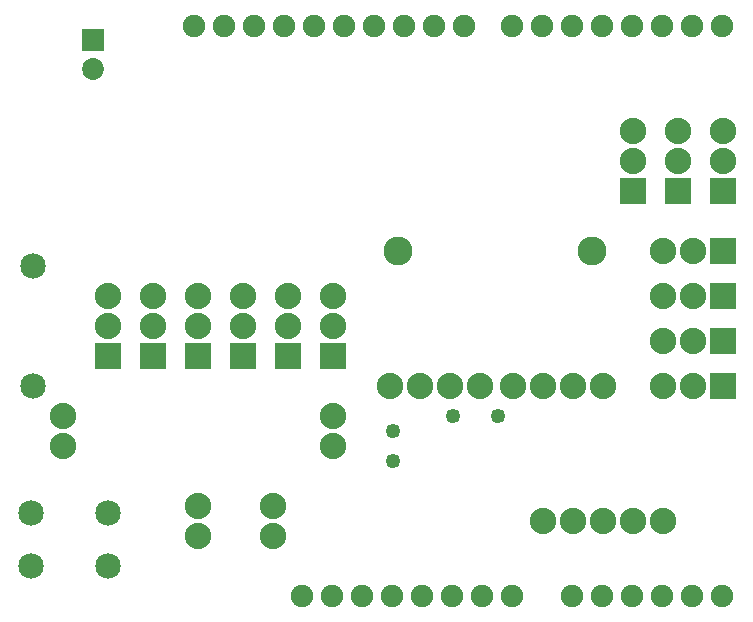
<source format=gbs>
G04 MADE WITH FRITZING*
G04 WWW.FRITZING.ORG*
G04 DOUBLE SIDED*
G04 HOLES PLATED*
G04 CONTOUR ON CENTER OF CONTOUR VECTOR*
%ASAXBY*%
%FSLAX23Y23*%
%MOIN*%
%OFA0B0*%
%SFA1.0B1.0*%
%ADD10C,0.049370*%
%ADD11C,0.096614*%
%ADD12C,0.085000*%
%ADD13C,0.072992*%
%ADD14C,0.088000*%
%ADD15C,0.075278*%
%ADD16R,0.072992X0.072992*%
%ADD17R,0.088000X0.088000*%
%LNMASK0*%
G90*
G70*
G54D10*
X1755Y696D03*
X1605Y696D03*
X1405Y646D03*
G54D11*
X2070Y1246D03*
X1423Y1246D03*
G54D10*
X1405Y546D03*
G54D12*
X455Y196D03*
X199Y196D03*
X455Y373D03*
X199Y373D03*
G54D13*
X405Y1949D03*
X405Y1851D03*
G54D12*
X205Y796D03*
X205Y1196D03*
G54D14*
X1905Y346D03*
X2005Y346D03*
X2105Y346D03*
X2205Y346D03*
X2305Y346D03*
X1005Y396D03*
X1005Y296D03*
X755Y396D03*
X755Y296D03*
X1205Y696D03*
X1205Y596D03*
X305Y696D03*
X305Y596D03*
X1395Y796D03*
X1495Y796D03*
X1595Y796D03*
X1695Y796D03*
X1395Y796D03*
X1495Y796D03*
X1595Y796D03*
X1695Y796D03*
X2105Y796D03*
X2005Y796D03*
X1905Y796D03*
X1805Y796D03*
X2505Y1446D03*
X2505Y1546D03*
X2505Y1646D03*
X2355Y1446D03*
X2355Y1546D03*
X2355Y1646D03*
X2205Y1446D03*
X2205Y1546D03*
X2205Y1646D03*
X2505Y1246D03*
X2405Y1246D03*
X2305Y1246D03*
X2505Y1096D03*
X2405Y1096D03*
X2305Y1096D03*
X2505Y946D03*
X2405Y946D03*
X2305Y946D03*
X2505Y796D03*
X2405Y796D03*
X2305Y796D03*
X1205Y896D03*
X1205Y996D03*
X1205Y1096D03*
X1055Y896D03*
X1055Y996D03*
X1055Y1096D03*
X905Y896D03*
X905Y996D03*
X905Y1096D03*
X755Y896D03*
X755Y996D03*
X755Y1096D03*
X605Y896D03*
X605Y996D03*
X605Y1096D03*
X455Y896D03*
X455Y996D03*
X455Y1096D03*
G54D15*
X2104Y96D03*
X2204Y96D03*
X2304Y96D03*
X2404Y96D03*
X2504Y96D03*
X1644Y1996D03*
X1544Y1996D03*
X1444Y1996D03*
X1344Y1996D03*
X1244Y1996D03*
X1144Y1996D03*
X1044Y1996D03*
X944Y1996D03*
X844Y1996D03*
X744Y1996D03*
X2504Y1996D03*
X2404Y1996D03*
X2304Y1996D03*
X2204Y1996D03*
X2104Y1996D03*
X2004Y1996D03*
X1904Y1996D03*
X1804Y1996D03*
X1204Y96D03*
X1104Y96D03*
X1304Y96D03*
X1404Y96D03*
X1504Y96D03*
X1604Y96D03*
X1704Y96D03*
X1804Y96D03*
X2004Y96D03*
G54D16*
X405Y1949D03*
G54D17*
X2505Y1446D03*
X2355Y1446D03*
X2205Y1446D03*
X2505Y1246D03*
X2505Y1096D03*
X2505Y946D03*
X2505Y796D03*
X1205Y896D03*
X1055Y896D03*
X905Y896D03*
X755Y896D03*
X605Y896D03*
X455Y896D03*
G04 End of Mask0*
M02*
</source>
